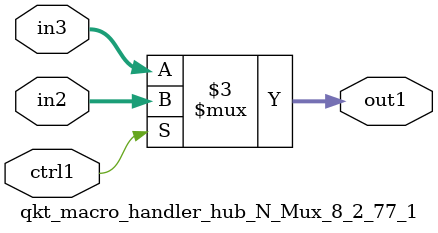
<source format=v>

`timescale 1ps / 1ps


module qkt_macro_handler_hub_N_Mux_8_2_77_1( in3, in2, ctrl1, out1 );

    input [7:0] in3;
    input [7:0] in2;
    input ctrl1;
    output [7:0] out1;
    reg [7:0] out1;

    
    // rtl_process:qkt_macro_handler_hub_N_Mux_8_2_77_1/qkt_macro_handler_hub_N_Mux_8_2_77_1_thread_1
    always @*
      begin : qkt_macro_handler_hub_N_Mux_8_2_77_1_thread_1
        case (ctrl1) 
          1'b1: 
            begin
              out1 = in2;
            end
          default: 
            begin
              out1 = in3;
            end
        endcase
      end

endmodule





</source>
